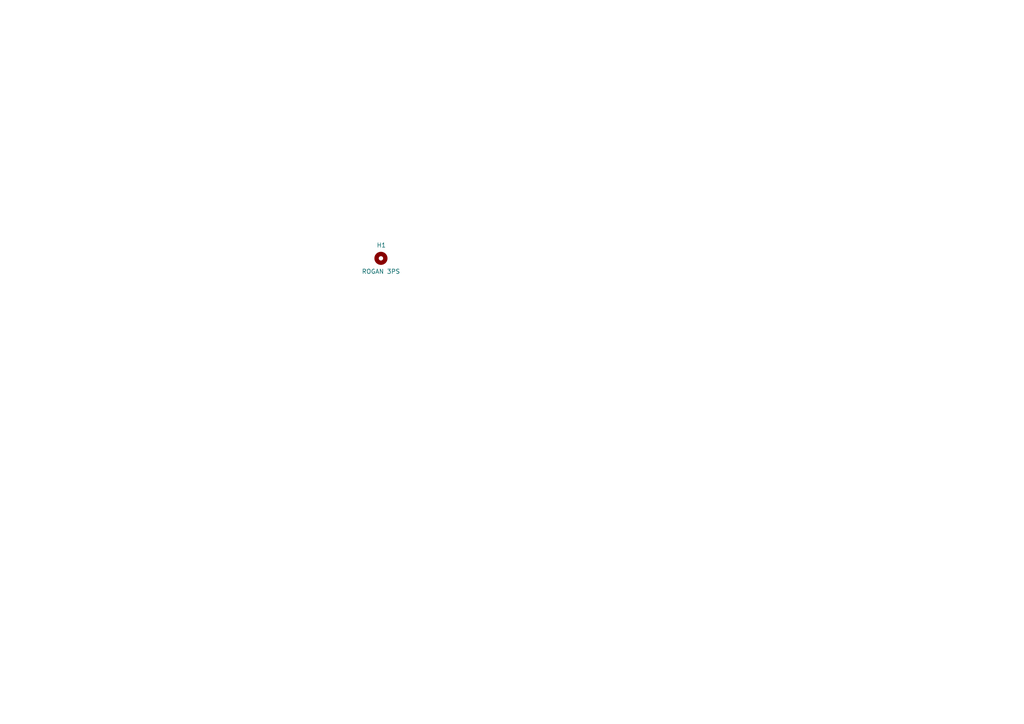
<source format=kicad_sch>
(kicad_sch (version 20211123) (generator eeschema)
  (paper "A4")
  (lib_symbols
    (symbol "Mechanical:MountingHole" (pin_names (offset 1.016))
      (property "Reference" "H" (at 0 5.08 0))
      (property "Value" "MountingHole" (at 0 3.175 0))
      (symbol "MountingHole_0_1"
        (circle (center 0 0) (radius 1.27) (stroke (width 1.27)))
      )
    )
  )
  (symbol (lib_id "Mechanical:MountingHole") (at 110.49 74.93 90) (mirror x) (unit 1)
    (property "Reference" "H1" (at 109.22 71.12 90) (effects (justify right)))
    (property "Value" "ROGAN 3PS" (at 110.49 78.74 90))
    (property "Footprint" "Empty:Empty" (effects hide))
    (property "Device" "Knob" (effects hide))
    (property "Description" "3PS - Large Pointer (D Shaft) - Rogan PT Plastic Knob" (effects hide))
    (property "Place" "No" (effects hide))
    (property "Dist" "Thonk" (effects hide))
    (property "DistLink" "https://www.thonk.co.uk/shop/make-noise-mutable-style-knobs/" (effects hide))
    (property "Simulator" "erb::AlphaPot <erb::Rogan3Ps>" (effects hide))
  )
)
</source>
